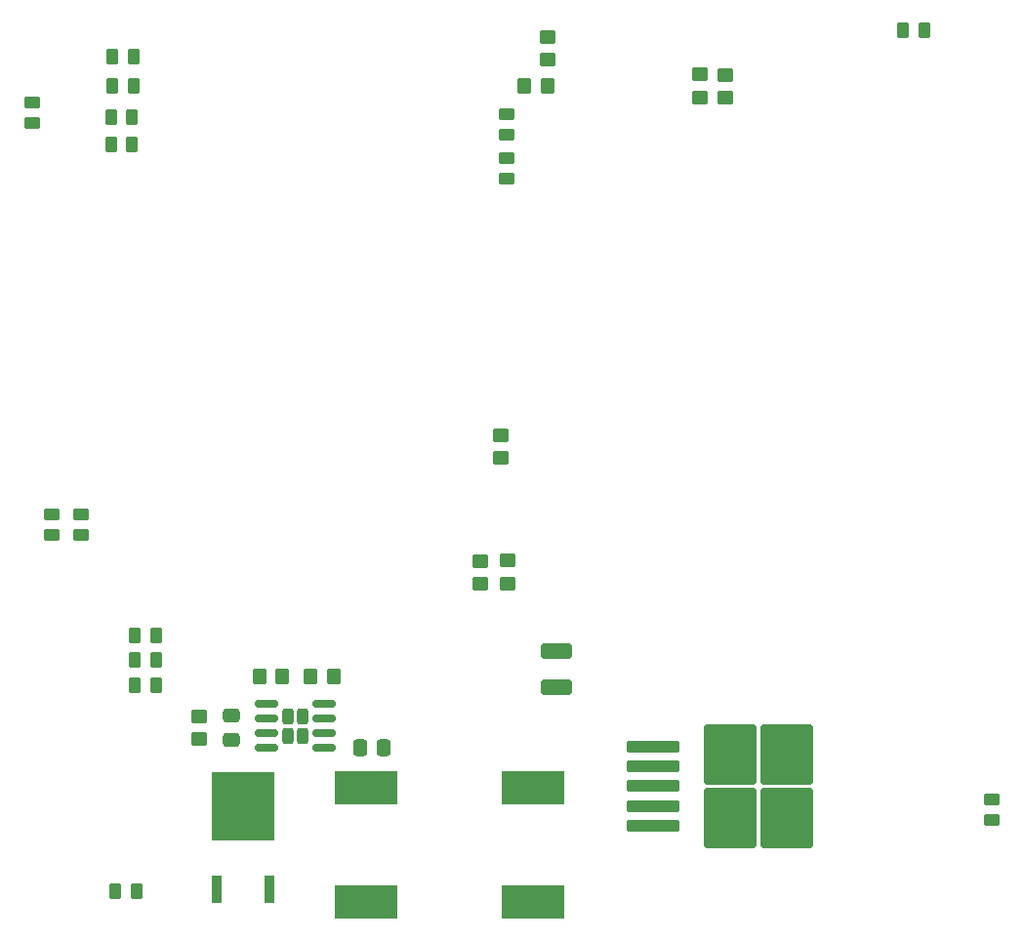
<source format=gbr>
%TF.GenerationSoftware,KiCad,Pcbnew,7.0.10*%
%TF.CreationDate,2024-03-28T21:50:04-04:00*%
%TF.ProjectId,WaveWise_PMIC,57617665-5769-4736-955f-504d49432e6b,rev?*%
%TF.SameCoordinates,Original*%
%TF.FileFunction,Paste,Top*%
%TF.FilePolarity,Positive*%
%FSLAX46Y46*%
G04 Gerber Fmt 4.6, Leading zero omitted, Abs format (unit mm)*
G04 Created by KiCad (PCBNEW 7.0.10) date 2024-03-28 21:50:04*
%MOMM*%
%LPD*%
G01*
G04 APERTURE LIST*
G04 Aperture macros list*
%AMRoundRect*
0 Rectangle with rounded corners*
0 $1 Rounding radius*
0 $2 $3 $4 $5 $6 $7 $8 $9 X,Y pos of 4 corners*
0 Add a 4 corners polygon primitive as box body*
4,1,4,$2,$3,$4,$5,$6,$7,$8,$9,$2,$3,0*
0 Add four circle primitives for the rounded corners*
1,1,$1+$1,$2,$3*
1,1,$1+$1,$4,$5*
1,1,$1+$1,$6,$7*
1,1,$1+$1,$8,$9*
0 Add four rect primitives between the rounded corners*
20,1,$1+$1,$2,$3,$4,$5,0*
20,1,$1+$1,$4,$5,$6,$7,0*
20,1,$1+$1,$6,$7,$8,$9,0*
20,1,$1+$1,$8,$9,$2,$3,0*%
G04 Aperture macros list end*
%ADD10RoundRect,0.250000X-0.450000X0.350000X-0.450000X-0.350000X0.450000X-0.350000X0.450000X0.350000X0*%
%ADD11RoundRect,0.250000X0.262500X0.450000X-0.262500X0.450000X-0.262500X-0.450000X0.262500X-0.450000X0*%
%ADD12R,5.400000X2.900000*%
%ADD13RoundRect,0.250000X0.350000X0.450000X-0.350000X0.450000X-0.350000X-0.450000X0.350000X-0.450000X0*%
%ADD14R,0.939800X2.489200*%
%ADD15R,5.511800X5.918200*%
%ADD16RoundRect,0.250000X0.450000X-0.350000X0.450000X0.350000X-0.450000X0.350000X-0.450000X-0.350000X0*%
%ADD17RoundRect,0.250000X-0.262500X-0.450000X0.262500X-0.450000X0.262500X0.450000X-0.262500X0.450000X0*%
%ADD18RoundRect,0.250000X-0.475000X0.337500X-0.475000X-0.337500X0.475000X-0.337500X0.475000X0.337500X0*%
%ADD19RoundRect,0.250000X-0.450000X0.262500X-0.450000X-0.262500X0.450000X-0.262500X0.450000X0.262500X0*%
%ADD20RoundRect,0.250000X1.100000X-0.412500X1.100000X0.412500X-1.100000X0.412500X-1.100000X-0.412500X0*%
%ADD21RoundRect,0.250000X0.450000X-0.262500X0.450000X0.262500X-0.450000X0.262500X-0.450000X-0.262500X0*%
%ADD22RoundRect,0.250000X-0.337500X-0.475000X0.337500X-0.475000X0.337500X0.475000X-0.337500X0.475000X0*%
%ADD23RoundRect,0.250000X-0.350000X-0.450000X0.350000X-0.450000X0.350000X0.450000X-0.350000X0.450000X0*%
%ADD24RoundRect,0.150000X0.825000X0.150000X-0.825000X0.150000X-0.825000X-0.150000X0.825000X-0.150000X0*%
%ADD25RoundRect,0.250000X0.255000X0.440000X-0.255000X0.440000X-0.255000X-0.440000X0.255000X-0.440000X0*%
%ADD26RoundRect,0.250000X-2.050000X-0.300000X2.050000X-0.300000X2.050000X0.300000X-2.050000X0.300000X0*%
%ADD27RoundRect,0.250000X-2.025000X-2.375000X2.025000X-2.375000X2.025000X2.375000X-2.025000X2.375000X0*%
G04 APERTURE END LIST*
D10*
%TO.C,R26*%
X91440000Y-98822000D03*
X91440000Y-100822000D03*
%TD*%
%TO.C,R8*%
X93751400Y-98796600D03*
X93751400Y-100796600D03*
%TD*%
D11*
%TO.C,R25*%
X61444500Y-107442000D03*
X63269500Y-107442000D03*
%TD*%
D12*
%TO.C,L3*%
X81534000Y-118494000D03*
X81534000Y-128394000D03*
%TD*%
D13*
%TO.C,R5*%
X78713000Y-108839000D03*
X76713000Y-108839000D03*
%TD*%
D14*
%TO.C,D3*%
X73152000Y-127266700D03*
D15*
X70866000Y-120142000D03*
D14*
X68580000Y-127266700D03*
%TD*%
D16*
%TO.C,R2*%
X110490000Y-58642000D03*
X110490000Y-56642000D03*
%TD*%
D10*
%TO.C,R3*%
X97282000Y-53356000D03*
X97282000Y-55356000D03*
%TD*%
D17*
%TO.C,R12*%
X61214000Y-62738000D03*
X59389000Y-62738000D03*
%TD*%
%TO.C,R10*%
X61214000Y-60325000D03*
X59389000Y-60325000D03*
%TD*%
D18*
%TO.C,C8*%
X69853000Y-112268000D03*
X69853000Y-114343000D03*
%TD*%
D17*
%TO.C,R13*%
X61444500Y-105283000D03*
X63269500Y-105283000D03*
%TD*%
D19*
%TO.C,R23*%
X135786500Y-119483500D03*
X135786500Y-121308500D03*
%TD*%
D11*
%TO.C,R22*%
X61618500Y-127508000D03*
X59793500Y-127508000D03*
%TD*%
D10*
%TO.C,R17*%
X93218000Y-87900000D03*
X93218000Y-89900000D03*
%TD*%
D20*
%TO.C,C4*%
X98044000Y-109766500D03*
X98044000Y-106641500D03*
%TD*%
D21*
%TO.C,R14*%
X93726000Y-61872500D03*
X93726000Y-60047500D03*
%TD*%
D17*
%TO.C,R19*%
X61341000Y-55118000D03*
X59516000Y-55118000D03*
%TD*%
%TO.C,R21*%
X128119500Y-52832000D03*
X129944500Y-52832000D03*
%TD*%
D22*
%TO.C,C5*%
X80983000Y-115062000D03*
X83058000Y-115062000D03*
%TD*%
D19*
%TO.C,R18*%
X54229000Y-94775000D03*
X54229000Y-96600000D03*
%TD*%
D23*
%TO.C,R4*%
X95266000Y-57658000D03*
X97266000Y-57658000D03*
%TD*%
D21*
%TO.C,R20*%
X52578000Y-59031500D03*
X52578000Y-60856500D03*
%TD*%
D19*
%TO.C,R15*%
X56769000Y-94775000D03*
X56769000Y-96600000D03*
%TD*%
D16*
%TO.C,R6*%
X67056000Y-114284000D03*
X67056000Y-112284000D03*
%TD*%
%TO.C,R1*%
X112649000Y-58658000D03*
X112649000Y-56658000D03*
%TD*%
D12*
%TO.C,L1*%
X96012000Y-128394000D03*
X96012000Y-118494000D03*
%TD*%
D17*
%TO.C,R11*%
X61444500Y-109601000D03*
X63269500Y-109601000D03*
%TD*%
D19*
%TO.C,R24*%
X93726000Y-63857500D03*
X93726000Y-65682500D03*
%TD*%
D11*
%TO.C,R16*%
X59516000Y-57658000D03*
X61341000Y-57658000D03*
%TD*%
D24*
%TO.C,IC1*%
X72901000Y-115062000D03*
X72901000Y-113792000D03*
X72901000Y-112522000D03*
X72901000Y-111252000D03*
X77851000Y-111252000D03*
X77851000Y-112522000D03*
X77851000Y-113792000D03*
X77851000Y-115062000D03*
D25*
X74776000Y-112332000D03*
X74776000Y-113982000D03*
X75976000Y-112332000D03*
X75976000Y-113982000D03*
%TD*%
D26*
%TO.C,U4*%
X106396000Y-114964000D03*
X106396000Y-116664000D03*
X106396000Y-118364000D03*
X106396000Y-120064000D03*
X106396000Y-121764000D03*
D27*
X113121000Y-115589000D03*
X113121000Y-121139000D03*
X117971000Y-115589000D03*
X117971000Y-121139000D03*
%TD*%
D23*
%TO.C,R9*%
X72268000Y-108839000D03*
X74268000Y-108839000D03*
%TD*%
M02*

</source>
